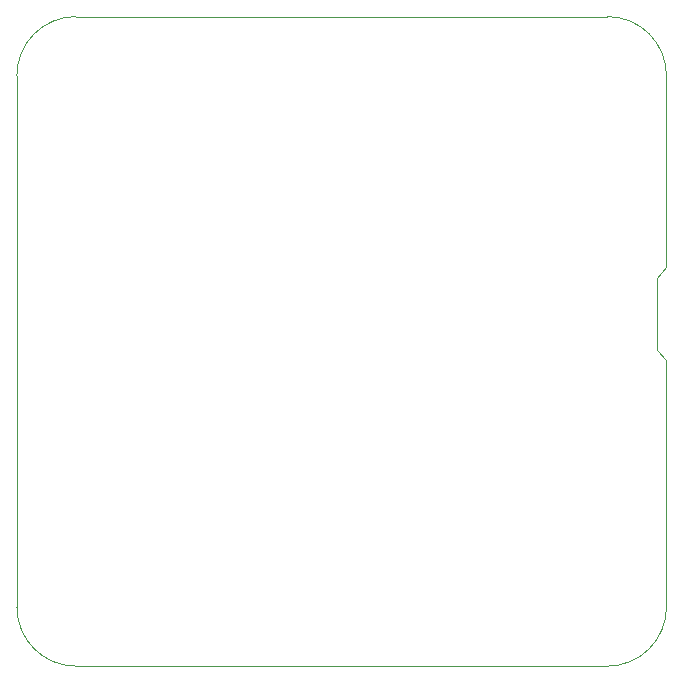
<source format=gbr>
%TF.GenerationSoftware,KiCad,Pcbnew,(6.0.9)*%
%TF.CreationDate,2022-11-01T00:51:48+09:00*%
%TF.ProjectId,STM32-FC,53544d33-322d-4464-932e-6b696361645f,rev?*%
%TF.SameCoordinates,Original*%
%TF.FileFunction,Profile,NP*%
%FSLAX46Y46*%
G04 Gerber Fmt 4.6, Leading zero omitted, Abs format (unit mm)*
G04 Created by KiCad (PCBNEW (6.0.9)) date 2022-11-01 00:51:48*
%MOMM*%
%LPD*%
G01*
G04 APERTURE LIST*
%TA.AperFunction,Profile*%
%ADD10C,0.100000*%
%TD*%
G04 APERTURE END LIST*
D10*
X122500000Y-122500000D02*
G75*
G03*
X127500000Y-127500000I5000000J0D01*
G01*
X176700000Y-100700000D02*
X177500000Y-101600000D01*
X177500000Y-77500000D02*
G75*
G03*
X172500000Y-72500000I-5000000J0D01*
G01*
X127500000Y-72500000D02*
G75*
G03*
X122500000Y-77500000I0J-5000000D01*
G01*
X172500000Y-127500000D02*
G75*
G03*
X177500000Y-122500000I0J5000000D01*
G01*
X177500000Y-93700000D02*
X176700000Y-94600000D01*
X172500000Y-127500000D02*
X127500000Y-127500000D01*
X177500000Y-77500000D02*
X177500000Y-93700000D01*
X177500000Y-122500000D02*
X177500000Y-101600000D01*
X122500000Y-122500000D02*
X122500000Y-77500000D01*
X127500000Y-72500000D02*
X172500000Y-72500000D01*
X176700000Y-94600000D02*
X176700000Y-100700000D01*
M02*

</source>
